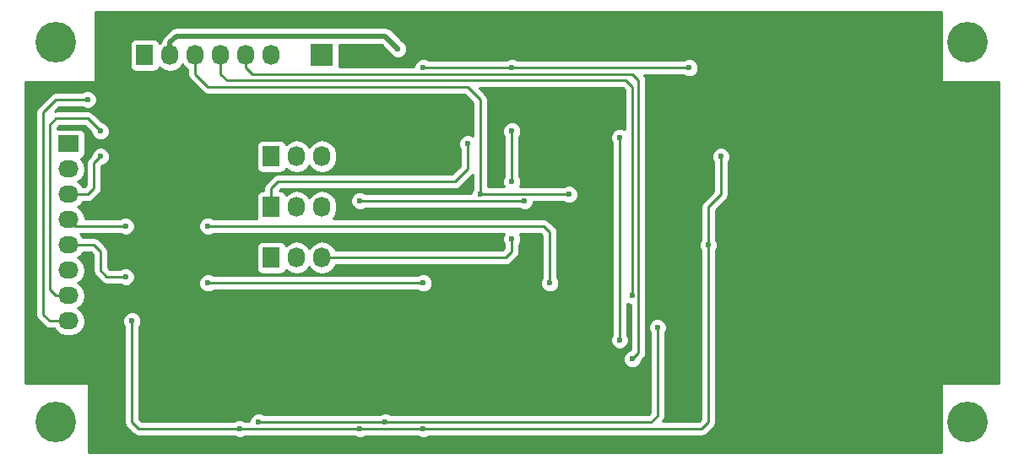
<source format=gbr>
G04 #@! TF.FileFunction,Copper,L2,Bot,Signal*
%FSLAX46Y46*%
G04 Gerber Fmt 4.6, Leading zero omitted, Abs format (unit mm)*
G04 Created by KiCad (PCBNEW 4.0.2-stable) date 8/08/2016 13:57:25*
%MOMM*%
G01*
G04 APERTURE LIST*
%ADD10C,0.100000*%
%ADD11C,4.064000*%
%ADD12R,1.727200X2.032000*%
%ADD13O,1.727200X2.032000*%
%ADD14R,2.032000X1.727200*%
%ADD15O,2.032000X1.727200*%
%ADD16R,2.235200X2.235200*%
%ADD17C,0.600000*%
%ADD18C,0.250000*%
%ADD19C,0.500000*%
%ADD20C,0.254000*%
G04 APERTURE END LIST*
D10*
D11*
X26670000Y-24130000D03*
X118110000Y-24130000D03*
X118110000Y-62230000D03*
D12*
X35560000Y-25400000D03*
D13*
X38100000Y-25400000D03*
X40640000Y-25400000D03*
X43180000Y-25400000D03*
X45720000Y-25400000D03*
X48260000Y-25400000D03*
D12*
X48260000Y-35560000D03*
D13*
X50800000Y-35560000D03*
X53340000Y-35560000D03*
D12*
X48260000Y-40640000D03*
D13*
X50800000Y-40640000D03*
X53340000Y-40640000D03*
D12*
X48260000Y-45720000D03*
D13*
X50800000Y-45720000D03*
X53340000Y-45720000D03*
D11*
X26670000Y-62230000D03*
D14*
X27940000Y-34290000D03*
D15*
X27940000Y-36830000D03*
X27940000Y-39370000D03*
X27940000Y-41910000D03*
X27940000Y-44450000D03*
X27940000Y-46990000D03*
X27940000Y-49530000D03*
X27940000Y-52070000D03*
D16*
X53340000Y-25400000D03*
D17*
X31115000Y-35560000D03*
X33655000Y-42545000D03*
X69215000Y-39370000D03*
X78105000Y-39370000D03*
X91440000Y-34925000D03*
X76200000Y-59690000D03*
X77470000Y-31750000D03*
X68580000Y-24765000D03*
X77470000Y-50927000D03*
X45720000Y-29845000D03*
X64135000Y-31750000D03*
X50165000Y-54610000D03*
X39370000Y-52705000D03*
X62865000Y-52705000D03*
X34290000Y-27940000D03*
X84455000Y-55880000D03*
X72390000Y-38100000D03*
X72390000Y-33020000D03*
X73660000Y-40005000D03*
X57150000Y-40005000D03*
X41910000Y-42545000D03*
X76200000Y-48260000D03*
X63500000Y-48260000D03*
X41910000Y-48260000D03*
X67945000Y-34290000D03*
X72390000Y-43815000D03*
X84455000Y-49530000D03*
X93345000Y-35560000D03*
X92075000Y-44450000D03*
X34290000Y-52070000D03*
X45085000Y-62865000D03*
X63500000Y-62865000D03*
X63500000Y-26670000D03*
X90170000Y-26670000D03*
X57150000Y-62865000D03*
X72390000Y-26670000D03*
X86995000Y-52705000D03*
X46990000Y-62230000D03*
X59690000Y-62230000D03*
X31115000Y-33020000D03*
X29845000Y-29845000D03*
X33655000Y-47625000D03*
X60960000Y-24765000D03*
X83185000Y-33655000D03*
X83185000Y-53975000D03*
D18*
X27940000Y-39370000D02*
X29845000Y-39370000D01*
X30480000Y-36195000D02*
X31115000Y-35560000D01*
X29845000Y-39370000D02*
X30480000Y-38735000D01*
X30480000Y-36195000D02*
X30480000Y-38735000D01*
X27940000Y-41910000D02*
X28575000Y-42545000D01*
X28575000Y-42545000D02*
X33655000Y-42545000D01*
X69215000Y-39370000D02*
X69215000Y-29845000D01*
X40640000Y-27305000D02*
X41910000Y-28575000D01*
X40640000Y-27305000D02*
X40640000Y-25400000D01*
X67945000Y-28575000D02*
X41910000Y-28575000D01*
X69215000Y-29845000D02*
X67945000Y-28575000D01*
X69215000Y-39370000D02*
X72390000Y-39370000D01*
X78105000Y-39370000D02*
X77470000Y-39370000D01*
X74930000Y-39370000D02*
X77470000Y-39370000D01*
X74295000Y-39370000D02*
X74930000Y-39370000D01*
X73025000Y-39370000D02*
X74295000Y-39370000D01*
X72390000Y-39370000D02*
X73025000Y-39370000D01*
D19*
X68580000Y-22225000D02*
X90170000Y-22225000D01*
X91440000Y-23495000D02*
X91440000Y-34925000D01*
X90170000Y-22225000D02*
X91440000Y-23495000D01*
X77470000Y-50927000D02*
X77470000Y-58420000D01*
X76200000Y-59690000D02*
X77470000Y-58420000D01*
X77470000Y-31750000D02*
X79375000Y-33655000D01*
X77470000Y-50800000D02*
X77470000Y-50927000D01*
X79375000Y-48895000D02*
X77470000Y-50800000D01*
X79375000Y-33655000D02*
X79375000Y-48895000D01*
X68580000Y-24765000D02*
X68580000Y-22225000D01*
X62865000Y-52705000D02*
X75692000Y-52705000D01*
X75692000Y-52705000D02*
X77470000Y-50927000D01*
X45720000Y-29845000D02*
X45720000Y-31750000D01*
X33020000Y-22860000D02*
X33020000Y-27940000D01*
X33655000Y-22225000D02*
X33020000Y-22860000D01*
X68580000Y-22225000D02*
X33655000Y-22225000D01*
X34290000Y-27940000D02*
X33020000Y-27940000D01*
X34290000Y-33655000D02*
X39370000Y-33655000D01*
X33020000Y-32385000D02*
X34290000Y-33655000D01*
X33020000Y-27940000D02*
X33020000Y-32385000D01*
X39370000Y-33655000D02*
X41275000Y-31750000D01*
X41275000Y-31750000D02*
X45720000Y-31750000D01*
X45720000Y-31750000D02*
X63500000Y-31750000D01*
X63500000Y-31750000D02*
X64135000Y-31750000D01*
X39370000Y-33655000D02*
X39370000Y-52705000D01*
X50165000Y-54610000D02*
X50165000Y-52705000D01*
X62865000Y-52705000D02*
X50165000Y-52705000D01*
X50165000Y-52705000D02*
X39370000Y-52705000D01*
D18*
X45720000Y-26670000D02*
X46355000Y-27305000D01*
X46355000Y-27305000D02*
X84455000Y-27305000D01*
X45720000Y-26670000D02*
X45720000Y-25400000D01*
X85090000Y-27940000D02*
X84455000Y-27305000D01*
X85090000Y-55245000D02*
X85090000Y-27940000D01*
X84455000Y-55880000D02*
X85090000Y-55245000D01*
X72390000Y-33020000D02*
X72390000Y-38100000D01*
X73660000Y-40005000D02*
X57785000Y-40005000D01*
X57785000Y-40005000D02*
X57150000Y-40005000D01*
X76200000Y-43180000D02*
X75565000Y-42545000D01*
X75565000Y-42545000D02*
X41910000Y-42545000D01*
X76200000Y-48260000D02*
X76200000Y-43180000D01*
X41910000Y-48260000D02*
X63500000Y-48260000D01*
X48895000Y-38100000D02*
X48260000Y-38735000D01*
X48895000Y-38100000D02*
X66675000Y-38100000D01*
X66675000Y-38100000D02*
X67945000Y-36830000D01*
X67945000Y-36830000D02*
X67945000Y-34290000D01*
X48260000Y-38735000D02*
X48260000Y-40640000D01*
X55245000Y-45720000D02*
X71755000Y-45720000D01*
X53340000Y-45720000D02*
X53975000Y-45720000D01*
X72390000Y-45085000D02*
X72390000Y-43815000D01*
X71755000Y-45720000D02*
X72390000Y-45085000D01*
X53975000Y-45720000D02*
X55245000Y-45720000D01*
X43180000Y-25400000D02*
X43180000Y-27305000D01*
X84455000Y-28575000D02*
X84455000Y-49530000D01*
X83820000Y-27940000D02*
X84455000Y-28575000D01*
X43815000Y-27940000D02*
X83820000Y-27940000D01*
X43180000Y-27305000D02*
X43815000Y-27940000D01*
X92075000Y-44450000D02*
X92075000Y-40640000D01*
X93345000Y-39370000D02*
X93345000Y-35560000D01*
X92075000Y-40640000D02*
X93345000Y-39370000D01*
X63500000Y-62865000D02*
X91440000Y-62865000D01*
X92075000Y-62230000D02*
X92075000Y-44450000D01*
X91440000Y-62865000D02*
X92075000Y-62230000D01*
X45085000Y-62865000D02*
X34925000Y-62865000D01*
X34290000Y-62230000D02*
X34290000Y-52070000D01*
X34925000Y-62865000D02*
X34290000Y-62230000D01*
X48260000Y-62865000D02*
X45085000Y-62865000D01*
X48260000Y-62865000D02*
X57150000Y-62865000D01*
X63500000Y-62865000D02*
X57150000Y-62865000D01*
X72390000Y-26670000D02*
X63500000Y-26670000D01*
X72390000Y-26670000D02*
X90170000Y-26670000D01*
X86995000Y-61595000D02*
X86995000Y-52705000D01*
X86360000Y-62230000D02*
X86995000Y-61595000D01*
X59690000Y-62230000D02*
X86360000Y-62230000D01*
X46990000Y-62230000D02*
X55880000Y-62230000D01*
X58420000Y-62230000D02*
X59690000Y-62230000D01*
X57785000Y-62230000D02*
X58420000Y-62230000D01*
X56515000Y-62230000D02*
X57785000Y-62230000D01*
X55880000Y-62230000D02*
X56515000Y-62230000D01*
X26670000Y-49530000D02*
X27940000Y-49530000D01*
X26035000Y-48895000D02*
X26670000Y-49530000D01*
X26035000Y-32385000D02*
X26035000Y-48895000D01*
X26670000Y-31750000D02*
X26035000Y-32385000D01*
X29845000Y-31750000D02*
X26670000Y-31750000D01*
X31115000Y-33020000D02*
X29845000Y-31750000D01*
X29845000Y-29845000D02*
X26670000Y-29845000D01*
X26035000Y-52070000D02*
X27940000Y-52070000D01*
X25400000Y-51435000D02*
X26035000Y-52070000D01*
X25400000Y-31115000D02*
X25400000Y-51435000D01*
X26670000Y-29845000D02*
X25400000Y-31115000D01*
X27940000Y-44450000D02*
X30480000Y-44450000D01*
X31750000Y-47625000D02*
X33655000Y-47625000D01*
X31115000Y-46990000D02*
X31750000Y-47625000D01*
X31115000Y-45085000D02*
X31115000Y-46990000D01*
X30480000Y-44450000D02*
X31115000Y-45085000D01*
D19*
X38100000Y-24130000D02*
X38735000Y-23495000D01*
X38735000Y-23495000D02*
X59690000Y-23495000D01*
X59690000Y-23495000D02*
X60960000Y-24765000D01*
X38100000Y-24130000D02*
X38100000Y-25400000D01*
D18*
X83185000Y-53340000D02*
X83185000Y-33655000D01*
X83185000Y-53975000D02*
X83185000Y-53340000D01*
D20*
G36*
X115443000Y-24128818D02*
X115442538Y-24658172D01*
X115443000Y-24659290D01*
X115443000Y-27940000D01*
X115453006Y-27989410D01*
X115481447Y-28031035D01*
X115523841Y-28058315D01*
X115570000Y-28067000D01*
X121210000Y-28067000D01*
X121210000Y-58293000D01*
X115570000Y-58293000D01*
X115520590Y-58303006D01*
X115478965Y-58331447D01*
X115451685Y-58373841D01*
X115443000Y-58420000D01*
X115443000Y-62228818D01*
X115442538Y-62758172D01*
X115443000Y-62759290D01*
X115443000Y-65278000D01*
X29972000Y-65278000D01*
X29972000Y-58420000D01*
X29961994Y-58370590D01*
X29933553Y-58328965D01*
X29891159Y-58301685D01*
X29845000Y-58293000D01*
X23622000Y-58293000D01*
X23622000Y-31115000D01*
X24640000Y-31115000D01*
X24640000Y-51435000D01*
X24697852Y-51725839D01*
X24862599Y-51972401D01*
X25497599Y-52607401D01*
X25744161Y-52772148D01*
X26035000Y-52830000D01*
X26495352Y-52830000D01*
X26695585Y-53129670D01*
X27181766Y-53454526D01*
X27755255Y-53568600D01*
X28124745Y-53568600D01*
X28698234Y-53454526D01*
X29184415Y-53129670D01*
X29509271Y-52643489D01*
X29586513Y-52255167D01*
X33354838Y-52255167D01*
X33496883Y-52598943D01*
X33530000Y-52632118D01*
X33530000Y-62230000D01*
X33587852Y-62520839D01*
X33752599Y-62767401D01*
X34387599Y-63402401D01*
X34634161Y-63567148D01*
X34925000Y-63625000D01*
X44522537Y-63625000D01*
X44554673Y-63657192D01*
X44898201Y-63799838D01*
X45270167Y-63800162D01*
X45613943Y-63658117D01*
X45647118Y-63625000D01*
X56587537Y-63625000D01*
X56619673Y-63657192D01*
X56963201Y-63799838D01*
X57335167Y-63800162D01*
X57678943Y-63658117D01*
X57712118Y-63625000D01*
X62937537Y-63625000D01*
X62969673Y-63657192D01*
X63313201Y-63799838D01*
X63685167Y-63800162D01*
X64028943Y-63658117D01*
X64062118Y-63625000D01*
X91440000Y-63625000D01*
X91730839Y-63567148D01*
X91977401Y-63402401D01*
X92612401Y-62767401D01*
X92777148Y-62520839D01*
X92835000Y-62230000D01*
X92835000Y-45012463D01*
X92867192Y-44980327D01*
X93009838Y-44636799D01*
X93010162Y-44264833D01*
X92868117Y-43921057D01*
X92835000Y-43887882D01*
X92835000Y-40954802D01*
X93882401Y-39907401D01*
X94047148Y-39660840D01*
X94105000Y-39370000D01*
X94105000Y-36122463D01*
X94137192Y-36090327D01*
X94279838Y-35746799D01*
X94280162Y-35374833D01*
X94138117Y-35031057D01*
X93875327Y-34767808D01*
X93531799Y-34625162D01*
X93159833Y-34624838D01*
X92816057Y-34766883D01*
X92552808Y-35029673D01*
X92410162Y-35373201D01*
X92409838Y-35745167D01*
X92551883Y-36088943D01*
X92585000Y-36122118D01*
X92585000Y-39055198D01*
X91537599Y-40102599D01*
X91372852Y-40349161D01*
X91315000Y-40640000D01*
X91315000Y-43887537D01*
X91282808Y-43919673D01*
X91140162Y-44263201D01*
X91139838Y-44635167D01*
X91281883Y-44978943D01*
X91315000Y-45012118D01*
X91315000Y-61915198D01*
X91125198Y-62105000D01*
X87550710Y-62105000D01*
X87697148Y-61885839D01*
X87755000Y-61595000D01*
X87755000Y-53267463D01*
X87787192Y-53235327D01*
X87929838Y-52891799D01*
X87930162Y-52519833D01*
X87788117Y-52176057D01*
X87525327Y-51912808D01*
X87181799Y-51770162D01*
X86809833Y-51769838D01*
X86466057Y-51911883D01*
X86202808Y-52174673D01*
X86060162Y-52518201D01*
X86059838Y-52890167D01*
X86201883Y-53233943D01*
X86235000Y-53267118D01*
X86235000Y-61280198D01*
X86045198Y-61470000D01*
X60252463Y-61470000D01*
X60220327Y-61437808D01*
X59876799Y-61295162D01*
X59504833Y-61294838D01*
X59161057Y-61436883D01*
X59127882Y-61470000D01*
X47552463Y-61470000D01*
X47520327Y-61437808D01*
X47176799Y-61295162D01*
X46804833Y-61294838D01*
X46461057Y-61436883D01*
X46197808Y-61699673D01*
X46055162Y-62043201D01*
X46055108Y-62105000D01*
X45647463Y-62105000D01*
X45615327Y-62072808D01*
X45271799Y-61930162D01*
X44899833Y-61929838D01*
X44556057Y-62071883D01*
X44522882Y-62105000D01*
X35239802Y-62105000D01*
X35050000Y-61915198D01*
X35050000Y-52632463D01*
X35082192Y-52600327D01*
X35224838Y-52256799D01*
X35225162Y-51884833D01*
X35083117Y-51541057D01*
X34820327Y-51277808D01*
X34476799Y-51135162D01*
X34104833Y-51134838D01*
X33761057Y-51276883D01*
X33497808Y-51539673D01*
X33355162Y-51883201D01*
X33354838Y-52255167D01*
X29586513Y-52255167D01*
X29623345Y-52070000D01*
X29509271Y-51496511D01*
X29184415Y-51010330D01*
X28869634Y-50800000D01*
X29184415Y-50589670D01*
X29509271Y-50103489D01*
X29623345Y-49530000D01*
X29509271Y-48956511D01*
X29184415Y-48470330D01*
X28869634Y-48260000D01*
X29184415Y-48049670D01*
X29509271Y-47563489D01*
X29623345Y-46990000D01*
X29509271Y-46416511D01*
X29184415Y-45930330D01*
X28869634Y-45720000D01*
X29184415Y-45509670D01*
X29384648Y-45210000D01*
X30165198Y-45210000D01*
X30355000Y-45399802D01*
X30355000Y-46990000D01*
X30412852Y-47280839D01*
X30577599Y-47527401D01*
X31212599Y-48162401D01*
X31459161Y-48327148D01*
X31750000Y-48385000D01*
X33092537Y-48385000D01*
X33124673Y-48417192D01*
X33468201Y-48559838D01*
X33840167Y-48560162D01*
X34118476Y-48445167D01*
X40974838Y-48445167D01*
X41116883Y-48788943D01*
X41379673Y-49052192D01*
X41723201Y-49194838D01*
X42095167Y-49195162D01*
X42438943Y-49053117D01*
X42472118Y-49020000D01*
X62937537Y-49020000D01*
X62969673Y-49052192D01*
X63313201Y-49194838D01*
X63685167Y-49195162D01*
X64028943Y-49053117D01*
X64292192Y-48790327D01*
X64434838Y-48446799D01*
X64435162Y-48074833D01*
X64293117Y-47731057D01*
X64030327Y-47467808D01*
X63686799Y-47325162D01*
X63314833Y-47324838D01*
X62971057Y-47466883D01*
X62937882Y-47500000D01*
X42472463Y-47500000D01*
X42440327Y-47467808D01*
X42096799Y-47325162D01*
X41724833Y-47324838D01*
X41381057Y-47466883D01*
X41117808Y-47729673D01*
X40975162Y-48073201D01*
X40974838Y-48445167D01*
X34118476Y-48445167D01*
X34183943Y-48418117D01*
X34447192Y-48155327D01*
X34589838Y-47811799D01*
X34590162Y-47439833D01*
X34448117Y-47096057D01*
X34185327Y-46832808D01*
X33841799Y-46690162D01*
X33469833Y-46689838D01*
X33126057Y-46831883D01*
X33092882Y-46865000D01*
X32064802Y-46865000D01*
X31875000Y-46675198D01*
X31875000Y-45085000D01*
X31817148Y-44794161D01*
X31652401Y-44547599D01*
X31017401Y-43912599D01*
X30770839Y-43747852D01*
X30480000Y-43690000D01*
X29384648Y-43690000D01*
X29184415Y-43390330D01*
X29056710Y-43305000D01*
X33092537Y-43305000D01*
X33124673Y-43337192D01*
X33468201Y-43479838D01*
X33840167Y-43480162D01*
X34183943Y-43338117D01*
X34447192Y-43075327D01*
X34589838Y-42731799D01*
X34590162Y-42359833D01*
X34448117Y-42016057D01*
X34185327Y-41752808D01*
X33841799Y-41610162D01*
X33469833Y-41609838D01*
X33126057Y-41751883D01*
X33092882Y-41785000D01*
X29598481Y-41785000D01*
X29509271Y-41336511D01*
X29184415Y-40850330D01*
X28869634Y-40640000D01*
X29184415Y-40429670D01*
X29384648Y-40130000D01*
X29845000Y-40130000D01*
X30135839Y-40072148D01*
X30382401Y-39907401D01*
X31017401Y-39272401D01*
X31182148Y-39025839D01*
X31240000Y-38735000D01*
X31240000Y-36509802D01*
X31254680Y-36495122D01*
X31300167Y-36495162D01*
X31643943Y-36353117D01*
X31907192Y-36090327D01*
X32049838Y-35746799D01*
X32050162Y-35374833D01*
X31908117Y-35031057D01*
X31645327Y-34767808D01*
X31301799Y-34625162D01*
X30929833Y-34624838D01*
X30586057Y-34766883D01*
X30322808Y-35029673D01*
X30180162Y-35373201D01*
X30180121Y-35420077D01*
X29942599Y-35657599D01*
X29777852Y-35904161D01*
X29720000Y-36195000D01*
X29720000Y-38420198D01*
X29530198Y-38610000D01*
X29384648Y-38610000D01*
X29184415Y-38310330D01*
X28869634Y-38100000D01*
X29184415Y-37889670D01*
X29509271Y-37403489D01*
X29623345Y-36830000D01*
X29509271Y-36256511D01*
X29184415Y-35770330D01*
X29170087Y-35760757D01*
X29191317Y-35756762D01*
X29407441Y-35617690D01*
X29552431Y-35405490D01*
X29603440Y-35153600D01*
X29603440Y-34544000D01*
X46748960Y-34544000D01*
X46748960Y-36576000D01*
X46793238Y-36811317D01*
X46932310Y-37027441D01*
X47144510Y-37172431D01*
X47396400Y-37223440D01*
X49123600Y-37223440D01*
X49358917Y-37179162D01*
X49575041Y-37040090D01*
X49720031Y-36827890D01*
X49728400Y-36786561D01*
X49740330Y-36804415D01*
X50226511Y-37129271D01*
X50800000Y-37243345D01*
X51373489Y-37129271D01*
X51859670Y-36804415D01*
X52070000Y-36489634D01*
X52280330Y-36804415D01*
X52766511Y-37129271D01*
X53340000Y-37243345D01*
X53913489Y-37129271D01*
X54399670Y-36804415D01*
X54724526Y-36318234D01*
X54838600Y-35744745D01*
X54838600Y-35375255D01*
X54724526Y-34801766D01*
X54399670Y-34315585D01*
X53913489Y-33990729D01*
X53340000Y-33876655D01*
X52766511Y-33990729D01*
X52280330Y-34315585D01*
X52070000Y-34630366D01*
X51859670Y-34315585D01*
X51373489Y-33990729D01*
X50800000Y-33876655D01*
X50226511Y-33990729D01*
X49740330Y-34315585D01*
X49730757Y-34329913D01*
X49726762Y-34308683D01*
X49587690Y-34092559D01*
X49375490Y-33947569D01*
X49123600Y-33896560D01*
X47396400Y-33896560D01*
X47161083Y-33940838D01*
X46944959Y-34079910D01*
X46799969Y-34292110D01*
X46748960Y-34544000D01*
X29603440Y-34544000D01*
X29603440Y-33426400D01*
X29559162Y-33191083D01*
X29420090Y-32974959D01*
X29207890Y-32829969D01*
X28956000Y-32778960D01*
X26924000Y-32778960D01*
X26795000Y-32803233D01*
X26795000Y-32699802D01*
X26984802Y-32510000D01*
X29530198Y-32510000D01*
X30179878Y-33159680D01*
X30179838Y-33205167D01*
X30321883Y-33548943D01*
X30584673Y-33812192D01*
X30928201Y-33954838D01*
X31300167Y-33955162D01*
X31643943Y-33813117D01*
X31907192Y-33550327D01*
X32049838Y-33206799D01*
X32050162Y-32834833D01*
X31908117Y-32491057D01*
X31645327Y-32227808D01*
X31301799Y-32085162D01*
X31254923Y-32085121D01*
X30382401Y-31212599D01*
X30135839Y-31047852D01*
X29845000Y-30990000D01*
X26670000Y-30990000D01*
X26582371Y-31007431D01*
X26984802Y-30605000D01*
X29282537Y-30605000D01*
X29314673Y-30637192D01*
X29658201Y-30779838D01*
X30030167Y-30780162D01*
X30373943Y-30638117D01*
X30637192Y-30375327D01*
X30779838Y-30031799D01*
X30780162Y-29659833D01*
X30638117Y-29316057D01*
X30375327Y-29052808D01*
X30031799Y-28910162D01*
X29659833Y-28909838D01*
X29316057Y-29051883D01*
X29282882Y-29085000D01*
X26670000Y-29085000D01*
X26379160Y-29142852D01*
X26132599Y-29307599D01*
X24862599Y-30577599D01*
X24697852Y-30824161D01*
X24640000Y-31115000D01*
X23622000Y-31115000D01*
X23622000Y-28067000D01*
X30480000Y-28067000D01*
X30529410Y-28056994D01*
X30571035Y-28028553D01*
X30598315Y-27986159D01*
X30607000Y-27940000D01*
X30607000Y-24384000D01*
X34048960Y-24384000D01*
X34048960Y-26416000D01*
X34093238Y-26651317D01*
X34232310Y-26867441D01*
X34444510Y-27012431D01*
X34696400Y-27063440D01*
X36423600Y-27063440D01*
X36658917Y-27019162D01*
X36875041Y-26880090D01*
X37020031Y-26667890D01*
X37028400Y-26626561D01*
X37040330Y-26644415D01*
X37526511Y-26969271D01*
X38100000Y-27083345D01*
X38673489Y-26969271D01*
X39159670Y-26644415D01*
X39370000Y-26329634D01*
X39580330Y-26644415D01*
X39880000Y-26844648D01*
X39880000Y-27305000D01*
X39937852Y-27595839D01*
X40102599Y-27842401D01*
X41372599Y-29112401D01*
X41619160Y-29277148D01*
X41910000Y-29335000D01*
X67630198Y-29335000D01*
X68455000Y-30159802D01*
X68455000Y-33489367D01*
X68131799Y-33355162D01*
X67759833Y-33354838D01*
X67416057Y-33496883D01*
X67152808Y-33759673D01*
X67010162Y-34103201D01*
X67009838Y-34475167D01*
X67151883Y-34818943D01*
X67185000Y-34852118D01*
X67185000Y-36515198D01*
X66360198Y-37340000D01*
X48895000Y-37340000D01*
X48604161Y-37397852D01*
X48357599Y-37562599D01*
X47722599Y-38197599D01*
X47557852Y-38444161D01*
X47500000Y-38735000D01*
X47500000Y-38976560D01*
X47396400Y-38976560D01*
X47161083Y-39020838D01*
X46944959Y-39159910D01*
X46799969Y-39372110D01*
X46748960Y-39624000D01*
X46748960Y-41656000D01*
X46773233Y-41785000D01*
X42472463Y-41785000D01*
X42440327Y-41752808D01*
X42096799Y-41610162D01*
X41724833Y-41609838D01*
X41381057Y-41751883D01*
X41117808Y-42014673D01*
X40975162Y-42358201D01*
X40974838Y-42730167D01*
X41116883Y-43073943D01*
X41379673Y-43337192D01*
X41723201Y-43479838D01*
X42095167Y-43480162D01*
X42438943Y-43338117D01*
X42472118Y-43305000D01*
X71589367Y-43305000D01*
X71455162Y-43628201D01*
X71454838Y-44000167D01*
X71596883Y-44343943D01*
X71630000Y-44377118D01*
X71630000Y-44770198D01*
X71440198Y-44960000D01*
X54723346Y-44960000D01*
X54399670Y-44475585D01*
X53913489Y-44150729D01*
X53340000Y-44036655D01*
X52766511Y-44150729D01*
X52280330Y-44475585D01*
X52070000Y-44790366D01*
X51859670Y-44475585D01*
X51373489Y-44150729D01*
X50800000Y-44036655D01*
X50226511Y-44150729D01*
X49740330Y-44475585D01*
X49730757Y-44489913D01*
X49726762Y-44468683D01*
X49587690Y-44252559D01*
X49375490Y-44107569D01*
X49123600Y-44056560D01*
X47396400Y-44056560D01*
X47161083Y-44100838D01*
X46944959Y-44239910D01*
X46799969Y-44452110D01*
X46748960Y-44704000D01*
X46748960Y-46736000D01*
X46793238Y-46971317D01*
X46932310Y-47187441D01*
X47144510Y-47332431D01*
X47396400Y-47383440D01*
X49123600Y-47383440D01*
X49358917Y-47339162D01*
X49575041Y-47200090D01*
X49720031Y-46987890D01*
X49728400Y-46946561D01*
X49740330Y-46964415D01*
X50226511Y-47289271D01*
X50800000Y-47403345D01*
X51373489Y-47289271D01*
X51859670Y-46964415D01*
X52070000Y-46649634D01*
X52280330Y-46964415D01*
X52766511Y-47289271D01*
X53340000Y-47403345D01*
X53913489Y-47289271D01*
X54399670Y-46964415D01*
X54723346Y-46480000D01*
X71755000Y-46480000D01*
X72045839Y-46422148D01*
X72292401Y-46257401D01*
X72927401Y-45622401D01*
X73092148Y-45375839D01*
X73150000Y-45085000D01*
X73150000Y-44377463D01*
X73182192Y-44345327D01*
X73324838Y-44001799D01*
X73325162Y-43629833D01*
X73190944Y-43305000D01*
X75250198Y-43305000D01*
X75440000Y-43494802D01*
X75440000Y-47697537D01*
X75407808Y-47729673D01*
X75265162Y-48073201D01*
X75264838Y-48445167D01*
X75406883Y-48788943D01*
X75669673Y-49052192D01*
X76013201Y-49194838D01*
X76385167Y-49195162D01*
X76728943Y-49053117D01*
X76992192Y-48790327D01*
X77134838Y-48446799D01*
X77135162Y-48074833D01*
X76993117Y-47731057D01*
X76960000Y-47697882D01*
X76960000Y-43180000D01*
X76902148Y-42889161D01*
X76737401Y-42642599D01*
X76102401Y-42007599D01*
X75855839Y-41842852D01*
X75565000Y-41785000D01*
X54466097Y-41785000D01*
X54724526Y-41398234D01*
X54838600Y-40824745D01*
X54838600Y-40455255D01*
X54724526Y-39881766D01*
X54399670Y-39395585D01*
X53913489Y-39070729D01*
X53340000Y-38956655D01*
X52766511Y-39070729D01*
X52280330Y-39395585D01*
X52070000Y-39710366D01*
X51859670Y-39395585D01*
X51373489Y-39070729D01*
X50800000Y-38956655D01*
X50226511Y-39070729D01*
X49740330Y-39395585D01*
X49730757Y-39409913D01*
X49726762Y-39388683D01*
X49587690Y-39172559D01*
X49375490Y-39027569D01*
X49123600Y-38976560D01*
X49093242Y-38976560D01*
X49209802Y-38860000D01*
X66675000Y-38860000D01*
X66965839Y-38802148D01*
X67212401Y-38637401D01*
X68455000Y-37394802D01*
X68455000Y-38807537D01*
X68422808Y-38839673D01*
X68280162Y-39183201D01*
X68280108Y-39245000D01*
X57712463Y-39245000D01*
X57680327Y-39212808D01*
X57336799Y-39070162D01*
X56964833Y-39069838D01*
X56621057Y-39211883D01*
X56357808Y-39474673D01*
X56215162Y-39818201D01*
X56214838Y-40190167D01*
X56356883Y-40533943D01*
X56619673Y-40797192D01*
X56963201Y-40939838D01*
X57335167Y-40940162D01*
X57678943Y-40798117D01*
X57712118Y-40765000D01*
X73097537Y-40765000D01*
X73129673Y-40797192D01*
X73473201Y-40939838D01*
X73845167Y-40940162D01*
X74188943Y-40798117D01*
X74452192Y-40535327D01*
X74594838Y-40191799D01*
X74594892Y-40130000D01*
X77542537Y-40130000D01*
X77574673Y-40162192D01*
X77918201Y-40304838D01*
X78290167Y-40305162D01*
X78633943Y-40163117D01*
X78897192Y-39900327D01*
X79039838Y-39556799D01*
X79040162Y-39184833D01*
X78898117Y-38841057D01*
X78635327Y-38577808D01*
X78291799Y-38435162D01*
X77919833Y-38434838D01*
X77576057Y-38576883D01*
X77542882Y-38610000D01*
X73190633Y-38610000D01*
X73324838Y-38286799D01*
X73325162Y-37914833D01*
X73183117Y-37571057D01*
X73150000Y-37537882D01*
X73150000Y-33582463D01*
X73182192Y-33550327D01*
X73324838Y-33206799D01*
X73325162Y-32834833D01*
X73183117Y-32491057D01*
X72920327Y-32227808D01*
X72576799Y-32085162D01*
X72204833Y-32084838D01*
X71861057Y-32226883D01*
X71597808Y-32489673D01*
X71455162Y-32833201D01*
X71454838Y-33205167D01*
X71596883Y-33548943D01*
X71630000Y-33582118D01*
X71630000Y-37537537D01*
X71597808Y-37569673D01*
X71455162Y-37913201D01*
X71454838Y-38285167D01*
X71589056Y-38610000D01*
X69975000Y-38610000D01*
X69975000Y-29845000D01*
X69917148Y-29554161D01*
X69917148Y-29554160D01*
X69752401Y-29307599D01*
X69144802Y-28700000D01*
X83505198Y-28700000D01*
X83695000Y-28889802D01*
X83695000Y-32854367D01*
X83371799Y-32720162D01*
X82999833Y-32719838D01*
X82656057Y-32861883D01*
X82392808Y-33124673D01*
X82250162Y-33468201D01*
X82249838Y-33840167D01*
X82391883Y-34183943D01*
X82425000Y-34217118D01*
X82425000Y-53412537D01*
X82392808Y-53444673D01*
X82250162Y-53788201D01*
X82249838Y-54160167D01*
X82391883Y-54503943D01*
X82654673Y-54767192D01*
X82998201Y-54909838D01*
X83370167Y-54910162D01*
X83713943Y-54768117D01*
X83977192Y-54505327D01*
X84119838Y-54161799D01*
X84120162Y-53789833D01*
X83978117Y-53446057D01*
X83945000Y-53412882D01*
X83945000Y-50330633D01*
X84268201Y-50464838D01*
X84330000Y-50464892D01*
X84330000Y-54930198D01*
X84315320Y-54944878D01*
X84269833Y-54944838D01*
X83926057Y-55086883D01*
X83662808Y-55349673D01*
X83520162Y-55693201D01*
X83519838Y-56065167D01*
X83661883Y-56408943D01*
X83924673Y-56672192D01*
X84268201Y-56814838D01*
X84640167Y-56815162D01*
X84983943Y-56673117D01*
X85247192Y-56410327D01*
X85389838Y-56066799D01*
X85389879Y-56019923D01*
X85627401Y-55782401D01*
X85792148Y-55535839D01*
X85850000Y-55245000D01*
X85850000Y-27940000D01*
X85792148Y-27649161D01*
X85645710Y-27430000D01*
X89607537Y-27430000D01*
X89639673Y-27462192D01*
X89983201Y-27604838D01*
X90355167Y-27605162D01*
X90698943Y-27463117D01*
X90962192Y-27200327D01*
X91104838Y-26856799D01*
X91105162Y-26484833D01*
X90963117Y-26141057D01*
X90700327Y-25877808D01*
X90356799Y-25735162D01*
X89984833Y-25734838D01*
X89641057Y-25876883D01*
X89607882Y-25910000D01*
X72952463Y-25910000D01*
X72920327Y-25877808D01*
X72576799Y-25735162D01*
X72204833Y-25734838D01*
X71861057Y-25876883D01*
X71827882Y-25910000D01*
X64062463Y-25910000D01*
X64030327Y-25877808D01*
X63686799Y-25735162D01*
X63314833Y-25734838D01*
X62971057Y-25876883D01*
X62707808Y-26139673D01*
X62565162Y-26483201D01*
X62565108Y-26545000D01*
X55099491Y-26545000D01*
X55105040Y-26517600D01*
X55105040Y-24380000D01*
X59323420Y-24380000D01*
X60117255Y-25173834D01*
X60166883Y-25293943D01*
X60429673Y-25557192D01*
X60773201Y-25699838D01*
X61145167Y-25700162D01*
X61488943Y-25558117D01*
X61752192Y-25295327D01*
X61894838Y-24951799D01*
X61895162Y-24579833D01*
X61753117Y-24236057D01*
X61490327Y-23972808D01*
X61369013Y-23922434D01*
X60315790Y-22869210D01*
X60028675Y-22677367D01*
X59972484Y-22666190D01*
X59690000Y-22609999D01*
X59689995Y-22610000D01*
X38735005Y-22610000D01*
X38735000Y-22609999D01*
X38396326Y-22677366D01*
X38396324Y-22677367D01*
X38396325Y-22677367D01*
X38109210Y-22869210D01*
X38109208Y-22869213D01*
X37474210Y-23504210D01*
X37282367Y-23791325D01*
X37282367Y-23791326D01*
X37235904Y-24024907D01*
X37040330Y-24155585D01*
X37030757Y-24169913D01*
X37026762Y-24148683D01*
X36887690Y-23932559D01*
X36675490Y-23787569D01*
X36423600Y-23736560D01*
X34696400Y-23736560D01*
X34461083Y-23780838D01*
X34244959Y-23919910D01*
X34099969Y-24132110D01*
X34048960Y-24384000D01*
X30607000Y-24384000D01*
X30607000Y-21082000D01*
X115443000Y-21082000D01*
X115443000Y-24128818D01*
X115443000Y-24128818D01*
G37*
X115443000Y-24128818D02*
X115442538Y-24658172D01*
X115443000Y-24659290D01*
X115443000Y-27940000D01*
X115453006Y-27989410D01*
X115481447Y-28031035D01*
X115523841Y-28058315D01*
X115570000Y-28067000D01*
X121210000Y-28067000D01*
X121210000Y-58293000D01*
X115570000Y-58293000D01*
X115520590Y-58303006D01*
X115478965Y-58331447D01*
X115451685Y-58373841D01*
X115443000Y-58420000D01*
X115443000Y-62228818D01*
X115442538Y-62758172D01*
X115443000Y-62759290D01*
X115443000Y-65278000D01*
X29972000Y-65278000D01*
X29972000Y-58420000D01*
X29961994Y-58370590D01*
X29933553Y-58328965D01*
X29891159Y-58301685D01*
X29845000Y-58293000D01*
X23622000Y-58293000D01*
X23622000Y-31115000D01*
X24640000Y-31115000D01*
X24640000Y-51435000D01*
X24697852Y-51725839D01*
X24862599Y-51972401D01*
X25497599Y-52607401D01*
X25744161Y-52772148D01*
X26035000Y-52830000D01*
X26495352Y-52830000D01*
X26695585Y-53129670D01*
X27181766Y-53454526D01*
X27755255Y-53568600D01*
X28124745Y-53568600D01*
X28698234Y-53454526D01*
X29184415Y-53129670D01*
X29509271Y-52643489D01*
X29586513Y-52255167D01*
X33354838Y-52255167D01*
X33496883Y-52598943D01*
X33530000Y-52632118D01*
X33530000Y-62230000D01*
X33587852Y-62520839D01*
X33752599Y-62767401D01*
X34387599Y-63402401D01*
X34634161Y-63567148D01*
X34925000Y-63625000D01*
X44522537Y-63625000D01*
X44554673Y-63657192D01*
X44898201Y-63799838D01*
X45270167Y-63800162D01*
X45613943Y-63658117D01*
X45647118Y-63625000D01*
X56587537Y-63625000D01*
X56619673Y-63657192D01*
X56963201Y-63799838D01*
X57335167Y-63800162D01*
X57678943Y-63658117D01*
X57712118Y-63625000D01*
X62937537Y-63625000D01*
X62969673Y-63657192D01*
X63313201Y-63799838D01*
X63685167Y-63800162D01*
X64028943Y-63658117D01*
X64062118Y-63625000D01*
X91440000Y-63625000D01*
X91730839Y-63567148D01*
X91977401Y-63402401D01*
X92612401Y-62767401D01*
X92777148Y-62520839D01*
X92835000Y-62230000D01*
X92835000Y-45012463D01*
X92867192Y-44980327D01*
X93009838Y-44636799D01*
X93010162Y-44264833D01*
X92868117Y-43921057D01*
X92835000Y-43887882D01*
X92835000Y-40954802D01*
X93882401Y-39907401D01*
X94047148Y-39660840D01*
X94105000Y-39370000D01*
X94105000Y-36122463D01*
X94137192Y-36090327D01*
X94279838Y-35746799D01*
X94280162Y-35374833D01*
X94138117Y-35031057D01*
X93875327Y-34767808D01*
X93531799Y-34625162D01*
X93159833Y-34624838D01*
X92816057Y-34766883D01*
X92552808Y-35029673D01*
X92410162Y-35373201D01*
X92409838Y-35745167D01*
X92551883Y-36088943D01*
X92585000Y-36122118D01*
X92585000Y-39055198D01*
X91537599Y-40102599D01*
X91372852Y-40349161D01*
X91315000Y-40640000D01*
X91315000Y-43887537D01*
X91282808Y-43919673D01*
X91140162Y-44263201D01*
X91139838Y-44635167D01*
X91281883Y-44978943D01*
X91315000Y-45012118D01*
X91315000Y-61915198D01*
X91125198Y-62105000D01*
X87550710Y-62105000D01*
X87697148Y-61885839D01*
X87755000Y-61595000D01*
X87755000Y-53267463D01*
X87787192Y-53235327D01*
X87929838Y-52891799D01*
X87930162Y-52519833D01*
X87788117Y-52176057D01*
X87525327Y-51912808D01*
X87181799Y-51770162D01*
X86809833Y-51769838D01*
X86466057Y-51911883D01*
X86202808Y-52174673D01*
X86060162Y-52518201D01*
X86059838Y-52890167D01*
X86201883Y-53233943D01*
X86235000Y-53267118D01*
X86235000Y-61280198D01*
X86045198Y-61470000D01*
X60252463Y-61470000D01*
X60220327Y-61437808D01*
X59876799Y-61295162D01*
X59504833Y-61294838D01*
X59161057Y-61436883D01*
X59127882Y-61470000D01*
X47552463Y-61470000D01*
X47520327Y-61437808D01*
X47176799Y-61295162D01*
X46804833Y-61294838D01*
X46461057Y-61436883D01*
X46197808Y-61699673D01*
X46055162Y-62043201D01*
X46055108Y-62105000D01*
X45647463Y-62105000D01*
X45615327Y-62072808D01*
X45271799Y-61930162D01*
X44899833Y-61929838D01*
X44556057Y-62071883D01*
X44522882Y-62105000D01*
X35239802Y-62105000D01*
X35050000Y-61915198D01*
X35050000Y-52632463D01*
X35082192Y-52600327D01*
X35224838Y-52256799D01*
X35225162Y-51884833D01*
X35083117Y-51541057D01*
X34820327Y-51277808D01*
X34476799Y-51135162D01*
X34104833Y-51134838D01*
X33761057Y-51276883D01*
X33497808Y-51539673D01*
X33355162Y-51883201D01*
X33354838Y-52255167D01*
X29586513Y-52255167D01*
X29623345Y-52070000D01*
X29509271Y-51496511D01*
X29184415Y-51010330D01*
X28869634Y-50800000D01*
X29184415Y-50589670D01*
X29509271Y-50103489D01*
X29623345Y-49530000D01*
X29509271Y-48956511D01*
X29184415Y-48470330D01*
X28869634Y-48260000D01*
X29184415Y-48049670D01*
X29509271Y-47563489D01*
X29623345Y-46990000D01*
X29509271Y-46416511D01*
X29184415Y-45930330D01*
X28869634Y-45720000D01*
X29184415Y-45509670D01*
X29384648Y-45210000D01*
X30165198Y-45210000D01*
X30355000Y-45399802D01*
X30355000Y-46990000D01*
X30412852Y-47280839D01*
X30577599Y-47527401D01*
X31212599Y-48162401D01*
X31459161Y-48327148D01*
X31750000Y-48385000D01*
X33092537Y-48385000D01*
X33124673Y-48417192D01*
X33468201Y-48559838D01*
X33840167Y-48560162D01*
X34118476Y-48445167D01*
X40974838Y-48445167D01*
X41116883Y-48788943D01*
X41379673Y-49052192D01*
X41723201Y-49194838D01*
X42095167Y-49195162D01*
X42438943Y-49053117D01*
X42472118Y-49020000D01*
X62937537Y-49020000D01*
X62969673Y-49052192D01*
X63313201Y-49194838D01*
X63685167Y-49195162D01*
X64028943Y-49053117D01*
X64292192Y-48790327D01*
X64434838Y-48446799D01*
X64435162Y-48074833D01*
X64293117Y-47731057D01*
X64030327Y-47467808D01*
X63686799Y-47325162D01*
X63314833Y-47324838D01*
X62971057Y-47466883D01*
X62937882Y-47500000D01*
X42472463Y-47500000D01*
X42440327Y-47467808D01*
X42096799Y-47325162D01*
X41724833Y-47324838D01*
X41381057Y-47466883D01*
X41117808Y-47729673D01*
X40975162Y-48073201D01*
X40974838Y-48445167D01*
X34118476Y-48445167D01*
X34183943Y-48418117D01*
X34447192Y-48155327D01*
X34589838Y-47811799D01*
X34590162Y-47439833D01*
X34448117Y-47096057D01*
X34185327Y-46832808D01*
X33841799Y-46690162D01*
X33469833Y-46689838D01*
X33126057Y-46831883D01*
X33092882Y-46865000D01*
X32064802Y-46865000D01*
X31875000Y-46675198D01*
X31875000Y-45085000D01*
X31817148Y-44794161D01*
X31652401Y-44547599D01*
X31017401Y-43912599D01*
X30770839Y-43747852D01*
X30480000Y-43690000D01*
X29384648Y-43690000D01*
X29184415Y-43390330D01*
X29056710Y-43305000D01*
X33092537Y-43305000D01*
X33124673Y-43337192D01*
X33468201Y-43479838D01*
X33840167Y-43480162D01*
X34183943Y-43338117D01*
X34447192Y-43075327D01*
X34589838Y-42731799D01*
X34590162Y-42359833D01*
X34448117Y-42016057D01*
X34185327Y-41752808D01*
X33841799Y-41610162D01*
X33469833Y-41609838D01*
X33126057Y-41751883D01*
X33092882Y-41785000D01*
X29598481Y-41785000D01*
X29509271Y-41336511D01*
X29184415Y-40850330D01*
X28869634Y-40640000D01*
X29184415Y-40429670D01*
X29384648Y-40130000D01*
X29845000Y-40130000D01*
X30135839Y-40072148D01*
X30382401Y-39907401D01*
X31017401Y-39272401D01*
X31182148Y-39025839D01*
X31240000Y-38735000D01*
X31240000Y-36509802D01*
X31254680Y-36495122D01*
X31300167Y-36495162D01*
X31643943Y-36353117D01*
X31907192Y-36090327D01*
X32049838Y-35746799D01*
X32050162Y-35374833D01*
X31908117Y-35031057D01*
X31645327Y-34767808D01*
X31301799Y-34625162D01*
X30929833Y-34624838D01*
X30586057Y-34766883D01*
X30322808Y-35029673D01*
X30180162Y-35373201D01*
X30180121Y-35420077D01*
X29942599Y-35657599D01*
X29777852Y-35904161D01*
X29720000Y-36195000D01*
X29720000Y-38420198D01*
X29530198Y-38610000D01*
X29384648Y-38610000D01*
X29184415Y-38310330D01*
X28869634Y-38100000D01*
X29184415Y-37889670D01*
X29509271Y-37403489D01*
X29623345Y-36830000D01*
X29509271Y-36256511D01*
X29184415Y-35770330D01*
X29170087Y-35760757D01*
X29191317Y-35756762D01*
X29407441Y-35617690D01*
X29552431Y-35405490D01*
X29603440Y-35153600D01*
X29603440Y-34544000D01*
X46748960Y-34544000D01*
X46748960Y-36576000D01*
X46793238Y-36811317D01*
X46932310Y-37027441D01*
X47144510Y-37172431D01*
X47396400Y-37223440D01*
X49123600Y-37223440D01*
X49358917Y-37179162D01*
X49575041Y-37040090D01*
X49720031Y-36827890D01*
X49728400Y-36786561D01*
X49740330Y-36804415D01*
X50226511Y-37129271D01*
X50800000Y-37243345D01*
X51373489Y-37129271D01*
X51859670Y-36804415D01*
X52070000Y-36489634D01*
X52280330Y-36804415D01*
X52766511Y-37129271D01*
X53340000Y-37243345D01*
X53913489Y-37129271D01*
X54399670Y-36804415D01*
X54724526Y-36318234D01*
X54838600Y-35744745D01*
X54838600Y-35375255D01*
X54724526Y-34801766D01*
X54399670Y-34315585D01*
X53913489Y-33990729D01*
X53340000Y-33876655D01*
X52766511Y-33990729D01*
X52280330Y-34315585D01*
X52070000Y-34630366D01*
X51859670Y-34315585D01*
X51373489Y-33990729D01*
X50800000Y-33876655D01*
X50226511Y-33990729D01*
X49740330Y-34315585D01*
X49730757Y-34329913D01*
X49726762Y-34308683D01*
X49587690Y-34092559D01*
X49375490Y-33947569D01*
X49123600Y-33896560D01*
X47396400Y-33896560D01*
X47161083Y-33940838D01*
X46944959Y-34079910D01*
X46799969Y-34292110D01*
X46748960Y-34544000D01*
X29603440Y-34544000D01*
X29603440Y-33426400D01*
X29559162Y-33191083D01*
X29420090Y-32974959D01*
X29207890Y-32829969D01*
X28956000Y-32778960D01*
X26924000Y-32778960D01*
X26795000Y-32803233D01*
X26795000Y-32699802D01*
X26984802Y-32510000D01*
X29530198Y-32510000D01*
X30179878Y-33159680D01*
X30179838Y-33205167D01*
X30321883Y-33548943D01*
X30584673Y-33812192D01*
X30928201Y-33954838D01*
X31300167Y-33955162D01*
X31643943Y-33813117D01*
X31907192Y-33550327D01*
X32049838Y-33206799D01*
X32050162Y-32834833D01*
X31908117Y-32491057D01*
X31645327Y-32227808D01*
X31301799Y-32085162D01*
X31254923Y-32085121D01*
X30382401Y-31212599D01*
X30135839Y-31047852D01*
X29845000Y-30990000D01*
X26670000Y-30990000D01*
X26582371Y-31007431D01*
X26984802Y-30605000D01*
X29282537Y-30605000D01*
X29314673Y-30637192D01*
X29658201Y-30779838D01*
X30030167Y-30780162D01*
X30373943Y-30638117D01*
X30637192Y-30375327D01*
X30779838Y-30031799D01*
X30780162Y-29659833D01*
X30638117Y-29316057D01*
X30375327Y-29052808D01*
X30031799Y-28910162D01*
X29659833Y-28909838D01*
X29316057Y-29051883D01*
X29282882Y-29085000D01*
X26670000Y-29085000D01*
X26379160Y-29142852D01*
X26132599Y-29307599D01*
X24862599Y-30577599D01*
X24697852Y-30824161D01*
X24640000Y-31115000D01*
X23622000Y-31115000D01*
X23622000Y-28067000D01*
X30480000Y-28067000D01*
X30529410Y-28056994D01*
X30571035Y-28028553D01*
X30598315Y-27986159D01*
X30607000Y-27940000D01*
X30607000Y-24384000D01*
X34048960Y-24384000D01*
X34048960Y-26416000D01*
X34093238Y-26651317D01*
X34232310Y-26867441D01*
X34444510Y-27012431D01*
X34696400Y-27063440D01*
X36423600Y-27063440D01*
X36658917Y-27019162D01*
X36875041Y-26880090D01*
X37020031Y-26667890D01*
X37028400Y-26626561D01*
X37040330Y-26644415D01*
X37526511Y-26969271D01*
X38100000Y-27083345D01*
X38673489Y-26969271D01*
X39159670Y-26644415D01*
X39370000Y-26329634D01*
X39580330Y-26644415D01*
X39880000Y-26844648D01*
X39880000Y-27305000D01*
X39937852Y-27595839D01*
X40102599Y-27842401D01*
X41372599Y-29112401D01*
X41619160Y-29277148D01*
X41910000Y-29335000D01*
X67630198Y-29335000D01*
X68455000Y-30159802D01*
X68455000Y-33489367D01*
X68131799Y-33355162D01*
X67759833Y-33354838D01*
X67416057Y-33496883D01*
X67152808Y-33759673D01*
X67010162Y-34103201D01*
X67009838Y-34475167D01*
X67151883Y-34818943D01*
X67185000Y-34852118D01*
X67185000Y-36515198D01*
X66360198Y-37340000D01*
X48895000Y-37340000D01*
X48604161Y-37397852D01*
X48357599Y-37562599D01*
X47722599Y-38197599D01*
X47557852Y-38444161D01*
X47500000Y-38735000D01*
X47500000Y-38976560D01*
X47396400Y-38976560D01*
X47161083Y-39020838D01*
X46944959Y-39159910D01*
X46799969Y-39372110D01*
X46748960Y-39624000D01*
X46748960Y-41656000D01*
X46773233Y-41785000D01*
X42472463Y-41785000D01*
X42440327Y-41752808D01*
X42096799Y-41610162D01*
X41724833Y-41609838D01*
X41381057Y-41751883D01*
X41117808Y-42014673D01*
X40975162Y-42358201D01*
X40974838Y-42730167D01*
X41116883Y-43073943D01*
X41379673Y-43337192D01*
X41723201Y-43479838D01*
X42095167Y-43480162D01*
X42438943Y-43338117D01*
X42472118Y-43305000D01*
X71589367Y-43305000D01*
X71455162Y-43628201D01*
X71454838Y-44000167D01*
X71596883Y-44343943D01*
X71630000Y-44377118D01*
X71630000Y-44770198D01*
X71440198Y-44960000D01*
X54723346Y-44960000D01*
X54399670Y-44475585D01*
X53913489Y-44150729D01*
X53340000Y-44036655D01*
X52766511Y-44150729D01*
X52280330Y-44475585D01*
X52070000Y-44790366D01*
X51859670Y-44475585D01*
X51373489Y-44150729D01*
X50800000Y-44036655D01*
X50226511Y-44150729D01*
X49740330Y-44475585D01*
X49730757Y-44489913D01*
X49726762Y-44468683D01*
X49587690Y-44252559D01*
X49375490Y-44107569D01*
X49123600Y-44056560D01*
X47396400Y-44056560D01*
X47161083Y-44100838D01*
X46944959Y-44239910D01*
X46799969Y-44452110D01*
X46748960Y-44704000D01*
X46748960Y-46736000D01*
X46793238Y-46971317D01*
X46932310Y-47187441D01*
X47144510Y-47332431D01*
X47396400Y-47383440D01*
X49123600Y-47383440D01*
X49358917Y-47339162D01*
X49575041Y-47200090D01*
X49720031Y-46987890D01*
X49728400Y-46946561D01*
X49740330Y-46964415D01*
X50226511Y-47289271D01*
X50800000Y-47403345D01*
X51373489Y-47289271D01*
X51859670Y-46964415D01*
X52070000Y-46649634D01*
X52280330Y-46964415D01*
X52766511Y-47289271D01*
X53340000Y-47403345D01*
X53913489Y-47289271D01*
X54399670Y-46964415D01*
X54723346Y-46480000D01*
X71755000Y-46480000D01*
X72045839Y-46422148D01*
X72292401Y-46257401D01*
X72927401Y-45622401D01*
X73092148Y-45375839D01*
X73150000Y-45085000D01*
X73150000Y-44377463D01*
X73182192Y-44345327D01*
X73324838Y-44001799D01*
X73325162Y-43629833D01*
X73190944Y-43305000D01*
X75250198Y-43305000D01*
X75440000Y-43494802D01*
X75440000Y-47697537D01*
X75407808Y-47729673D01*
X75265162Y-48073201D01*
X75264838Y-48445167D01*
X75406883Y-48788943D01*
X75669673Y-49052192D01*
X76013201Y-49194838D01*
X76385167Y-49195162D01*
X76728943Y-49053117D01*
X76992192Y-48790327D01*
X77134838Y-48446799D01*
X77135162Y-48074833D01*
X76993117Y-47731057D01*
X76960000Y-47697882D01*
X76960000Y-43180000D01*
X76902148Y-42889161D01*
X76737401Y-42642599D01*
X76102401Y-42007599D01*
X75855839Y-41842852D01*
X75565000Y-41785000D01*
X54466097Y-41785000D01*
X54724526Y-41398234D01*
X54838600Y-40824745D01*
X54838600Y-40455255D01*
X54724526Y-39881766D01*
X54399670Y-39395585D01*
X53913489Y-39070729D01*
X53340000Y-38956655D01*
X52766511Y-39070729D01*
X52280330Y-39395585D01*
X52070000Y-39710366D01*
X51859670Y-39395585D01*
X51373489Y-39070729D01*
X50800000Y-38956655D01*
X50226511Y-39070729D01*
X49740330Y-39395585D01*
X49730757Y-39409913D01*
X49726762Y-39388683D01*
X49587690Y-39172559D01*
X49375490Y-39027569D01*
X49123600Y-38976560D01*
X49093242Y-38976560D01*
X49209802Y-38860000D01*
X66675000Y-38860000D01*
X66965839Y-38802148D01*
X67212401Y-38637401D01*
X68455000Y-37394802D01*
X68455000Y-38807537D01*
X68422808Y-38839673D01*
X68280162Y-39183201D01*
X68280108Y-39245000D01*
X57712463Y-39245000D01*
X57680327Y-39212808D01*
X57336799Y-39070162D01*
X56964833Y-39069838D01*
X56621057Y-39211883D01*
X56357808Y-39474673D01*
X56215162Y-39818201D01*
X56214838Y-40190167D01*
X56356883Y-40533943D01*
X56619673Y-40797192D01*
X56963201Y-40939838D01*
X57335167Y-40940162D01*
X57678943Y-40798117D01*
X57712118Y-40765000D01*
X73097537Y-40765000D01*
X73129673Y-40797192D01*
X73473201Y-40939838D01*
X73845167Y-40940162D01*
X74188943Y-40798117D01*
X74452192Y-40535327D01*
X74594838Y-40191799D01*
X74594892Y-40130000D01*
X77542537Y-40130000D01*
X77574673Y-40162192D01*
X77918201Y-40304838D01*
X78290167Y-40305162D01*
X78633943Y-40163117D01*
X78897192Y-39900327D01*
X79039838Y-39556799D01*
X79040162Y-39184833D01*
X78898117Y-38841057D01*
X78635327Y-38577808D01*
X78291799Y-38435162D01*
X77919833Y-38434838D01*
X77576057Y-38576883D01*
X77542882Y-38610000D01*
X73190633Y-38610000D01*
X73324838Y-38286799D01*
X73325162Y-37914833D01*
X73183117Y-37571057D01*
X73150000Y-37537882D01*
X73150000Y-33582463D01*
X73182192Y-33550327D01*
X73324838Y-33206799D01*
X73325162Y-32834833D01*
X73183117Y-32491057D01*
X72920327Y-32227808D01*
X72576799Y-32085162D01*
X72204833Y-32084838D01*
X71861057Y-32226883D01*
X71597808Y-32489673D01*
X71455162Y-32833201D01*
X71454838Y-33205167D01*
X71596883Y-33548943D01*
X71630000Y-33582118D01*
X71630000Y-37537537D01*
X71597808Y-37569673D01*
X71455162Y-37913201D01*
X71454838Y-38285167D01*
X71589056Y-38610000D01*
X69975000Y-38610000D01*
X69975000Y-29845000D01*
X69917148Y-29554161D01*
X69917148Y-29554160D01*
X69752401Y-29307599D01*
X69144802Y-28700000D01*
X83505198Y-28700000D01*
X83695000Y-28889802D01*
X83695000Y-32854367D01*
X83371799Y-32720162D01*
X82999833Y-32719838D01*
X82656057Y-32861883D01*
X82392808Y-33124673D01*
X82250162Y-33468201D01*
X82249838Y-33840167D01*
X82391883Y-34183943D01*
X82425000Y-34217118D01*
X82425000Y-53412537D01*
X82392808Y-53444673D01*
X82250162Y-53788201D01*
X82249838Y-54160167D01*
X82391883Y-54503943D01*
X82654673Y-54767192D01*
X82998201Y-54909838D01*
X83370167Y-54910162D01*
X83713943Y-54768117D01*
X83977192Y-54505327D01*
X84119838Y-54161799D01*
X84120162Y-53789833D01*
X83978117Y-53446057D01*
X83945000Y-53412882D01*
X83945000Y-50330633D01*
X84268201Y-50464838D01*
X84330000Y-50464892D01*
X84330000Y-54930198D01*
X84315320Y-54944878D01*
X84269833Y-54944838D01*
X83926057Y-55086883D01*
X83662808Y-55349673D01*
X83520162Y-55693201D01*
X83519838Y-56065167D01*
X83661883Y-56408943D01*
X83924673Y-56672192D01*
X84268201Y-56814838D01*
X84640167Y-56815162D01*
X84983943Y-56673117D01*
X85247192Y-56410327D01*
X85389838Y-56066799D01*
X85389879Y-56019923D01*
X85627401Y-55782401D01*
X85792148Y-55535839D01*
X85850000Y-55245000D01*
X85850000Y-27940000D01*
X85792148Y-27649161D01*
X85645710Y-27430000D01*
X89607537Y-27430000D01*
X89639673Y-27462192D01*
X89983201Y-27604838D01*
X90355167Y-27605162D01*
X90698943Y-27463117D01*
X90962192Y-27200327D01*
X91104838Y-26856799D01*
X91105162Y-26484833D01*
X90963117Y-26141057D01*
X90700327Y-25877808D01*
X90356799Y-25735162D01*
X89984833Y-25734838D01*
X89641057Y-25876883D01*
X89607882Y-25910000D01*
X72952463Y-25910000D01*
X72920327Y-25877808D01*
X72576799Y-25735162D01*
X72204833Y-25734838D01*
X71861057Y-25876883D01*
X71827882Y-25910000D01*
X64062463Y-25910000D01*
X64030327Y-25877808D01*
X63686799Y-25735162D01*
X63314833Y-25734838D01*
X62971057Y-25876883D01*
X62707808Y-26139673D01*
X62565162Y-26483201D01*
X62565108Y-26545000D01*
X55099491Y-26545000D01*
X55105040Y-26517600D01*
X55105040Y-24380000D01*
X59323420Y-24380000D01*
X60117255Y-25173834D01*
X60166883Y-25293943D01*
X60429673Y-25557192D01*
X60773201Y-25699838D01*
X61145167Y-25700162D01*
X61488943Y-25558117D01*
X61752192Y-25295327D01*
X61894838Y-24951799D01*
X61895162Y-24579833D01*
X61753117Y-24236057D01*
X61490327Y-23972808D01*
X61369013Y-23922434D01*
X60315790Y-22869210D01*
X60028675Y-22677367D01*
X59972484Y-22666190D01*
X59690000Y-22609999D01*
X59689995Y-22610000D01*
X38735005Y-22610000D01*
X38735000Y-22609999D01*
X38396326Y-22677366D01*
X38396324Y-22677367D01*
X38396325Y-22677367D01*
X38109210Y-22869210D01*
X38109208Y-22869213D01*
X37474210Y-23504210D01*
X37282367Y-23791325D01*
X37282367Y-23791326D01*
X37235904Y-24024907D01*
X37040330Y-24155585D01*
X37030757Y-24169913D01*
X37026762Y-24148683D01*
X36887690Y-23932559D01*
X36675490Y-23787569D01*
X36423600Y-23736560D01*
X34696400Y-23736560D01*
X34461083Y-23780838D01*
X34244959Y-23919910D01*
X34099969Y-24132110D01*
X34048960Y-24384000D01*
X30607000Y-24384000D01*
X30607000Y-21082000D01*
X115443000Y-21082000D01*
X115443000Y-24128818D01*
M02*

</source>
